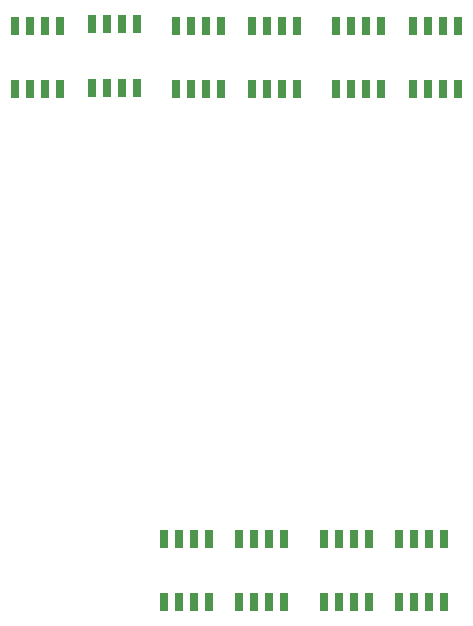
<source format=gbr>
%TF.GenerationSoftware,KiCad,Pcbnew,7.0.11*%
%TF.CreationDate,2025-11-07T14:33:39+09:00*%
%TF.ProjectId,motorDrive,6d6f746f-7244-4726-9976-652e6b696361,rev?*%
%TF.SameCoordinates,Original*%
%TF.FileFunction,Paste,Bot*%
%TF.FilePolarity,Positive*%
%FSLAX46Y46*%
G04 Gerber Fmt 4.6, Leading zero omitted, Abs format (unit mm)*
G04 Created by KiCad (PCBNEW 7.0.11) date 2025-11-07 14:33:39*
%MOMM*%
%LPD*%
G01*
G04 APERTURE LIST*
%ADD10R,0.650000X1.525000*%
G04 APERTURE END LIST*
D10*
%TO.C,Q503*%
X128143000Y-94594000D03*
X129413000Y-94594000D03*
X130683000Y-94594000D03*
X131953000Y-94594000D03*
X131953000Y-99970000D03*
X130683000Y-99970000D03*
X129413000Y-99970000D03*
X128143000Y-99970000D03*
%TD*%
%TO.C,Q203*%
X125857000Y-56409000D03*
X124587000Y-56409000D03*
X123317000Y-56409000D03*
X122047000Y-56409000D03*
X122047000Y-51033000D03*
X123317000Y-51033000D03*
X124587000Y-51033000D03*
X125857000Y-51033000D03*
%TD*%
%TO.C,Q303*%
X139446000Y-56536000D03*
X138176000Y-56536000D03*
X136906000Y-56536000D03*
X135636000Y-56536000D03*
X135636000Y-51160000D03*
X136906000Y-51160000D03*
X138176000Y-51160000D03*
X139446000Y-51160000D03*
%TD*%
%TO.C,Q302*%
X132969000Y-56536000D03*
X131699000Y-56536000D03*
X130429000Y-56536000D03*
X129159000Y-56536000D03*
X129159000Y-51160000D03*
X130429000Y-51160000D03*
X131699000Y-51160000D03*
X132969000Y-51160000D03*
%TD*%
%TO.C,Q202*%
X119380000Y-56536000D03*
X118110000Y-56536000D03*
X116840000Y-56536000D03*
X115570000Y-56536000D03*
X115570000Y-51160000D03*
X116840000Y-51160000D03*
X118110000Y-51160000D03*
X119380000Y-51160000D03*
%TD*%
%TO.C,Q402*%
X146558000Y-56536000D03*
X145288000Y-56536000D03*
X144018000Y-56536000D03*
X142748000Y-56536000D03*
X142748000Y-51160000D03*
X144018000Y-51160000D03*
X145288000Y-51160000D03*
X146558000Y-51160000D03*
%TD*%
%TO.C,Q603*%
X141732000Y-94594000D03*
X143002000Y-94594000D03*
X144272000Y-94594000D03*
X145542000Y-94594000D03*
X145542000Y-99970000D03*
X144272000Y-99970000D03*
X143002000Y-99970000D03*
X141732000Y-99970000D03*
%TD*%
%TO.C,Q602*%
X148082000Y-94594000D03*
X149352000Y-94594000D03*
X150622000Y-94594000D03*
X151892000Y-94594000D03*
X151892000Y-99970000D03*
X150622000Y-99970000D03*
X149352000Y-99970000D03*
X148082000Y-99970000D03*
%TD*%
%TO.C,Q403*%
X153035000Y-56536000D03*
X151765000Y-56536000D03*
X150495000Y-56536000D03*
X149225000Y-56536000D03*
X149225000Y-51160000D03*
X150495000Y-51160000D03*
X151765000Y-51160000D03*
X153035000Y-51160000D03*
%TD*%
%TO.C,Q502*%
X134493000Y-94594000D03*
X135763000Y-94594000D03*
X137033000Y-94594000D03*
X138303000Y-94594000D03*
X138303000Y-99970000D03*
X137033000Y-99970000D03*
X135763000Y-99970000D03*
X134493000Y-99970000D03*
%TD*%
M02*

</source>
